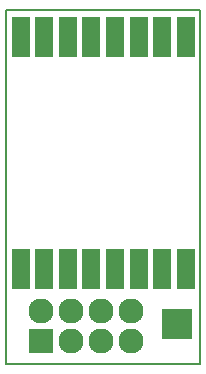
<source format=gbr>
G04 #@! TF.FileFunction,Soldermask,Bot*
%FSLAX46Y46*%
G04 Gerber Fmt 4.6, Leading zero omitted, Abs format (unit mm)*
G04 Created by KiCad (PCBNEW 4.0.1-3.201512221401+6198~38~ubuntu15.10.1-stable) date søn 24 jan 2016 12:57:00 CET*
%MOMM*%
G01*
G04 APERTURE LIST*
%ADD10C,0.100000*%
%ADD11C,0.150000*%
%ADD12R,2.127200X2.127200*%
%ADD13O,2.127200X2.127200*%
%ADD14R,1.600000X3.400000*%
%ADD15R,2.635200X2.635200*%
G04 APERTURE END LIST*
D10*
D11*
X16711600Y-14900000D02*
X16711600Y-44900000D01*
X33170800Y-14900000D02*
X16711600Y-14900000D01*
X33170800Y-44900000D02*
X33170800Y-14900000D01*
X16711600Y-44900000D02*
X33170800Y-44900000D01*
D12*
X19658000Y-42960000D03*
D13*
X19658000Y-40420000D03*
X22198000Y-42960000D03*
X22198000Y-40420000D03*
X24738000Y-42960000D03*
X24738000Y-40420000D03*
X27278000Y-42960000D03*
X27278000Y-40420000D03*
D14*
X17957200Y-17164000D03*
X19957200Y-17164000D03*
X21957200Y-17164000D03*
X23957200Y-17164000D03*
X25957200Y-17164000D03*
X27957200Y-17164000D03*
X29957200Y-17164000D03*
X31957200Y-17164000D03*
X31957200Y-36864000D03*
X29957200Y-36864000D03*
X27957200Y-36864000D03*
X25957200Y-36864000D03*
X23957200Y-36864000D03*
X21957200Y-36864000D03*
X19957200Y-36864000D03*
X17957200Y-36864000D03*
D15*
X31189600Y-41537600D03*
M02*

</source>
